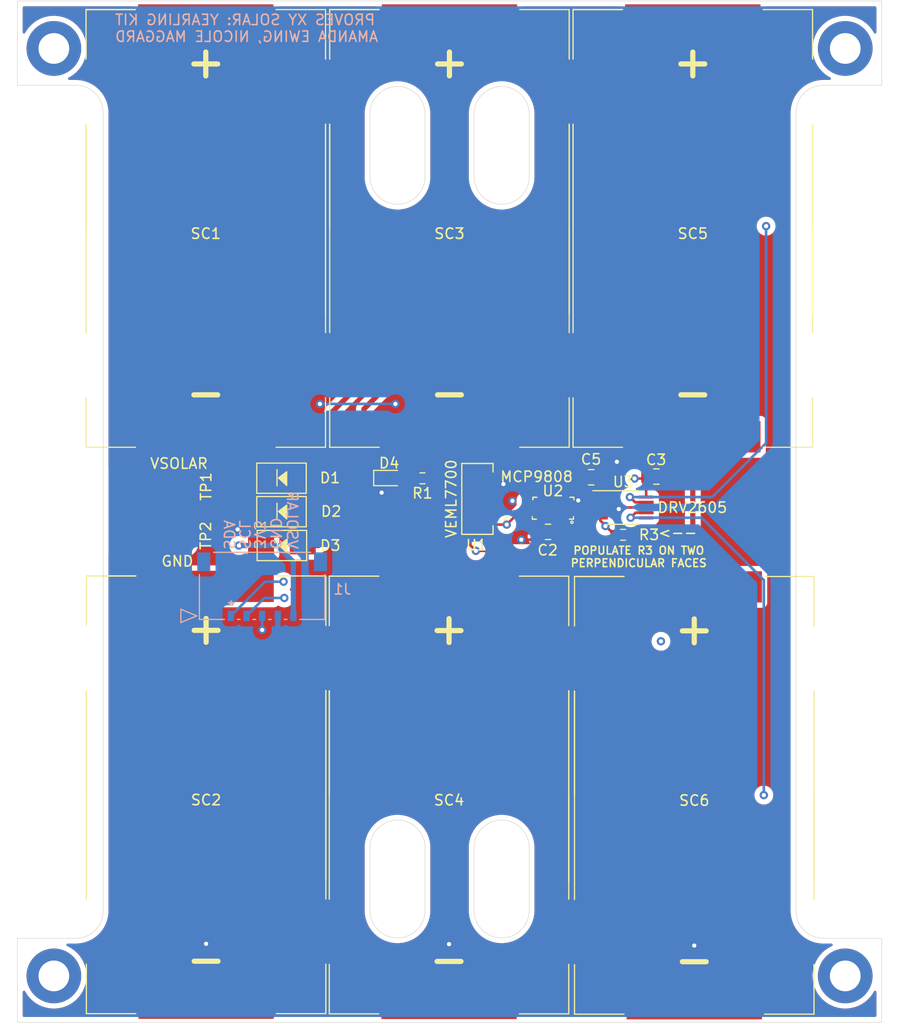
<source format=kicad_pcb>
(kicad_pcb (version 20211014) (generator pcbnew)
  (title_block (title "Yearling Kit XY Faces") (date "2023-03-20") (rev "3.0"))
  (layers (0 "F.Cu" signal) (1 "In1.Cu" signal) (2 "In2.Cu" signal) (31 "B.Cu" signal) (34 "B.Paste" user) (35 "F.Paste" user) (36 "B.SilkS" user "B.Silkscreen") (37 "F.SilkS" user "F.Silkscreen") (38 "B.Mask" user) (39 "F.Mask" user) (44 "Edge.Cuts" user))
  (net 0 "")
  (net 1 "GND")
  (net 2 "+3V3")
  (net 3 "VSOLAR")
  (net 4 "Net-(SC1-Pad2)")
  (net 5 "Net-(SC3-Pad2)")
  (net 6 "Net-(D1-Pad2)")
  (net 7 "Net-(D2-Pad2)")
  (net 8 "SDA")
  (net 9 "SCL")
  (net 10 "Net-(C5-Pad1)")
  (net 17 "Net-(C3-Pad1)")
  (net 20 "Net-(U3-Pad7)")
  (net 21 "Net-(D3-Pad2)")
  (net 22 "Net-(SC5-Pad2)")
  (net 23 "Net-(D4-Pad2)")
  (footprint "SolarPanelBoards:MountingHoles" (layer "F.Cu") (at 106 70.3)
    (fp_text reference "J2" (at 0.54 0.01) (layer "F.SilkS"))
    (fp_text value "Conn_01x01")
    (pad "1" thru_hole circle locked (at 0.5 0) (size 5.25 5.25) (drill 2.95) (layers *.Cu *.Mask))
  )
  (footprint "SolarPanelBoards:MountingHoles" (layer "F.Cu") (at 106 159.3)
    (fp_text reference "J3" (at 0.42 0.13) (layer "F.SilkS"))
    (fp_text value "Conn_01x01")
    (pad "1" thru_hole circle locked (at 0.5 0) (size 5.25 5.25) (drill 2.95) (layers *.Cu *.Mask))
  )
  (footprint "SolarPanelBoards:MountingHoles" (layer "F.Cu") (at 183 70.3)
    (fp_text reference "J4" (at -0.4 0.08) (layer "F.SilkS"))
    (fp_text value "Conn_01x01")
    (pad "1" thru_hole circle locked (at -0.5 0) (size 5.25 5.25) (drill 2.95) (layers *.Cu *.Mask))
  )
  (footprint "SolarPanelBoards:MountingHoles" (layer "F.Cu") (at 183 159.3)
    (fp_text reference "J5" (at -0.62 0.07) (layer "F.SilkS"))
    (fp_text value "Conn_01x01")
    (pad "1" thru_hole circle locked (at -0.5 0) (size 5.25 5.25) (drill 2.95) (layers *.Cu *.Mask))
  )
  (footprint "SolarPanelBoards:MCP9808-NoLeadPackage" (layer "F.Cu") (at 154.45 114.42 90)
    (fp_text reference "U2" (at 1.66 -0.02 180) (layer "F.SilkS"))
    (fp_text value "MCP9808_DFN")
    (fp_line (start 1.05 -1.95) (end 0.8 -1.95) (layer "F.SilkS") (width 0.12))
    (fp_line (start -1.05 -2) (end -0.8 -2) (layer "F.SilkS") (width 0.12))
    (fp_line (start 1.05 -1.65) (end 1.05 -1.55) (layer "F.SilkS") (width 0.12))
    (fp_line (start 1.05 2) (end 1.05 1.7) (layer "F.SilkS") (width 0.12))
    (fp_line (start -1.05 1.95) (end -0.8 1.95) (layer "F.SilkS") (width 0.12))
    (fp_line (start -1.05 -2) (end -1.05 -1.7) (layer "F.SilkS") (width 0.12))
    (fp_line (start -1.05 1.65) (end -1.05 1.95) (layer "F.SilkS") (width 0.12))
    (fp_line (start 1.05 1.7) (end 1.05 1.6) (layer "F.SilkS") (width 0.12))
    (fp_line (start -1.05 1.65) (end -1.05 1.55) (layer "F.SilkS") (width 0.12))
    (fp_line (start 1.05 1.7) (end 1.05 2) (layer "F.SilkS") (width 0.12))
    (fp_line (start 1.05 2) (end 0.8 2) (layer "F.SilkS") (width 0.12))
    (fp_line (start 1.05 -1.65) (end 1.05 -1.95) (layer "F.SilkS") (width 0.12))
    (fp_line (start 1.05 -1.95) (end 1.05 -1.65) (layer "F.SilkS") (width 0.12))
    (fp_line (start -1.05 -1.7) (end -1.05 -1.6) (layer "F.SilkS") (width 0.12))
    (fp_line (start -1.05 -1.7) (end -1.05 -2) (layer "F.SilkS") (width 0.12))
    (fp_line (start -1.05 1.95) (end -1.05 1.65) (layer "F.SilkS") (width 0.12))
    (fp_circle (center -1.35 1.8) (end -1.3 1.8) (layer "F.SilkS") (width 0.12) (fill none))
    (pad "1" smd rect (at -0.75 1.45 90) (size 0.3 0.75) (layers "F.Cu" "F.Paste" "F.Mask") (net 8 "SDA"))
    (pad "2" smd rect (at -0.25 1.45 90) (size 0.3 0.75) (layers "F.Cu" "F.Paste" "F.Mask") (net 9 "SCL"))
    (pad "3" smd rect (at 0.25 1.45 90) (size 0.3 0.75) (layers "F.Cu" "F.Paste" "F.Mask"))
    (pad "4" smd rect (at 0.75 1.45 90) (size 0.3 0.75) (layers "F.Cu" "F.Paste" "F.Mask") (net 1 "GND"))
    (pad "5" smd rect (at 0.75 -1.45 270) (size 0.3 0.75) (layers "F.Cu" "F.Paste" "F.Mask") (net 1 "GND"))
    (pad "6" smd rect (at 0.25 -1.45 270) (size 0.3 0.75) (layers "F.Cu" "F.Paste" "F.Mask") (net 2 "+3V3"))
    (pad "7" smd rect (at -0.25 -1.45 270) (size 0.3 0.75) (layers "F.Cu" "F.Paste" "F.Mask") (net 2 "+3V3"))
    (pad "8" smd rect (at -0.75 -1.45 270) (size 0.3 0.75) (layers "F.Cu" "F.Paste" "F.Mask") (net 2 "+3V3"))
    (pad "9" smd rect (at 0 0 90) (size 1.45 1.75) (layers "F.Cu" "F.Paste" "F.Mask") (net 1 "GND"))
  )
  (footprint "SolarPanelBoards:KXOB101K08F-TR" (layer "F.Cu") (at 167.86 87.57)
    (fp_text reference "SC5" (at 0 0.5) (layer "F.SilkS"))
    (fp_text value "SM101K07TF")
    (fp_text user "+" (at 0 -16) (layer "F.SilkS") (effects (font (size 3 3) (thickness 0.5))))
    (fp_text user "-" (at 0 15.75) (layer "F.SilkS") (effects (font (size 3 3) (thickness 0.5))))
    (fp_line (start -6.75 -21) (end -11.5 -21) (layer "F.SilkS") (width 0.12))
    (fp_line (start 11.5 0) (end 11.5 10) (layer "F.SilkS") (width 0.12))
    (fp_line (start -11.5 -10) (end -11.5 10) (layer "F.SilkS") (width 0.12))
    (fp_line (start -11.5 0) (end -11.5 -10) (layer "F.SilkS") (width 0.12))
    (fp_line (start 11.5 0) (end 11.5 -10) (layer "F.SilkS") (width 0.12))
    (fp_line (start 11.5 8.25) (end 11.5 0) (layer "F.SilkS") (width 0.12))
    (fp_line (start -11.5 -21) (end -11.5 -16.25) (layer "F.SilkS") (width 0.12))
    (fp_line (start 11.5 -10) (end 11.5 8.25) (layer "F.SilkS") (width 0.12))
    (fp_line (start -11.5 -21) (end -6.75 -21) (layer "F.SilkS") (width 0.12))
    (fp_line (start -11.5 21) (end -6.75 21) (layer "F.SilkS") (width 0.12))
    (fp_line (start -11.5 21) (end -11.5 16.25) (layer "F.SilkS") (width 0.12))
    (fp_line (start 11.5 -21) (end 11.5 -16.25) (layer "F.SilkS") (width 0.12))
    (fp_line (start 6.75 21) (end 11.5 21) (layer "F.SilkS") (width 0.12))
    (fp_line (start 6.75 -21) (end 11.5 -21) (layer "F.SilkS") (width 0.12))
    (fp_line (start 11.5 21) (end 11.5 16.25) (layer "F.SilkS") (width 0.12))
    (pad "1" smd rect (at 0 -20) (size 13 3) (layers "F.Cu" "F.Paste" "F.Mask") (net 21 "Net-(D3-Pad2)"))
    (pad "2" smd rect (at 0 20) (size 13 3) (layers "F.Cu" "F.Paste" "F.Mask") (net 22 "Net-(SC5-Pad2)"))
  )
  (footprint "SolarPanelBoards:Test Pad" (layer "F.Cu") (at 118.37 112.45 90)
    (fp_text reference "TP1" (at 0.11 2.75 90 unlocked) (layer "F.SilkS"))
    (fp_text value "TestPoint")
    (pad "1" smd roundrect (at 0 0 90) (size 3 3) (layers "F.Cu" "F.Paste" "F.Mask") (net 3 "VSOLAR"))
  )
  (footprint "SolarPanelBoards:DO-214AC" (layer "F.Cu") (at 128.4 118)
    (fp_text reference "D3" (at 4.65 0) (layer "F.SilkS"))
    (fp_text value "CDBA240LL-HF")
    (fp_line (start -2.375 1.45) (end 2.375 1.45) (layer "F.SilkS") (width 0.12))
    (fp_line (start -2.375 1.45) (end -2.375 -1.45) (layer "F.SilkS") (width 0.12))
    (fp_line (start 2.375 1.45) (end 2.375 -1.45) (layer "F.SilkS") (width 0.12))
    (fp_line (start -0.4318 -0.8128) (end -0.4318 0.7366) (layer "F.SilkS") (width 0.12))
    (fp_line (start -2.375 -1.45) (end 2.375 -1.45) (layer "F.SilkS") (width 0.12))
    (fp_poly (pts (xy 0.508 0.7112) (xy -0.3048 -0.0254) (xy 0.508 -0.635)) (layer "F.SilkS") (width 0.1) (fill solid))
    (pad "1" smd rect locked (at -2 0) (size 2.5 1.7) (layers "F.Cu" "F.Paste" "F.Mask") (net 3 "VSOLAR"))
    (pad "2" smd rect locked (at 2 0) (size 2.5 1.7) (layers "F.Cu" "F.Paste" "F.Mask") (net 21 "Net-(D3-Pad2)"))
  )
  (footprint "SolarPanelBoards:Test Pad" (layer "F.Cu") (at 118.36 117.05 90)
    (fp_text reference "TP2" (at 0 2.73 90 unlocked) (layer "F.SilkS"))
    (fp_text value "TestPoint")
    (pad "1" smd roundrect (at 0 0 90) (size 3 3) (layers "F.Cu" "F.Paste" "F.Mask") (net 1 "GND"))
  )
  (footprint "SolarPanelBoards:DO-214AC" (layer "F.Cu") (at 128.36 111.54)
    (fp_text reference "D1" (at 4.66 -0.03) (layer "F.SilkS"))
    (fp_text value "CDBA240LL-HF")
    (fp_line (start -2.375 1.45) (end -2.375 -1.45) (layer "F.SilkS") (width 0.12))
    (fp_line (start 2.375 1.45) (end 2.375 -1.45) (layer "F.SilkS") (width 0.12))
    (fp_line (start -2.375 1.45) (end 2.375 1.45) (layer "F.SilkS") (width 0.12))
    (fp_line (start -2.375 -1.45) (end 2.375 -1.45) (layer "F.SilkS") (width 0.12))
    (fp_line (start -0.4318 -0.8128) (end -0.4318 0.7366) (layer "F.SilkS") (width 0.12))
    (fp_poly (pts (xy 0.508 0.7112) (xy -0.3048 -0.0254) (xy 0.508 -0.635)) (layer "F.SilkS") (width 0.1) (fill solid))
    (pad "1" smd rect locked (at -2 0) (size 2.5 1.7) (layers "F.Cu" "F.Paste" "F.Mask") (net 3 "VSOLAR"))
    (pad "2" smd rect locked (at 2 0) (size 2.5 1.7) (layers "F.Cu" "F.Paste" "F.Mask") (net 6 "Net-(D1-Pad2)"))
  )
  (footprint "SolarPanelBoards:KXOB101K08F-TR" (layer "F.Cu") (at 144.49 87.57)
    (fp_text reference "SC3" (at 0 0.5) (layer "F.SilkS"))
    (fp_text value "SM101K07TF")
    (fp_text user "-" (at 0 15.75) (layer "F.SilkS") (effects (font (size 3 3) (thickness 0.5))))
    (fp_text user "+" (at 0 -16) (layer "F.SilkS") (effects (font (size 3 3) (thickness 0.5))))
    (fp_line (start -11.5 0) (end -11.5 -10) (layer "F.SilkS") (width 0.12))
    (fp_line (start -11.5 -10) (end -11.5 10) (layer "F.SilkS") (width 0.12))
    (fp_line (start 6.75 -21) (end 11.5 -21) (layer "F.SilkS") (width 0.12))
    (fp_line (start 11.5 -21) (end 11.5 -16.25) (layer "F.SilkS") (width 0.12))
    (fp_line (start -11.5 -21) (end -11.5 -16.25) (layer "F.SilkS") (width 0.12))
    (fp_line (start 11.5 -10) (end 11.5 8.25) (layer "F.SilkS") (width 0.12))
    (fp_line (start -11.5 21) (end -6.75 21) (layer "F.SilkS") (width 0.12))
    (fp_line (start -11.5 21) (end -11.5 16.25) (layer "F.SilkS") (width 0.12))
    (fp_line (start -6.75 -21) (end -11.5 -21) (layer "F.SilkS") (width 0.12))
    (fp_line (start 11.5 8.25) (end 11.5 0) (layer "F.SilkS") (width 0.12))
    (fp_line (start 6.75 21) (end 11.5 21) (layer "F.SilkS") (width 0.12))
    (fp_line (start 11.5 21) (end 11.5 16.25) (layer "F.SilkS") (width 0.12))
    (fp_line (start -11.5 -21) (end -6.75 -21) (layer "F.SilkS") (width 0.12))
    (fp_line (start 11.5 0) (end 11.5 10) (layer "F.SilkS") (width 0.12))
    (fp_line (start 11.5 0) (end 11.5 -10) (layer "F.SilkS") (width 0.12))
    (pad "1" smd rect (at 0 -20) (size 13 3) (layers "F.Cu" "F.Paste" "F.Mask") (net 7 "Net-(D2-Pad2)"))
    (pad "2" smd rect (at 0 20) (size 13 3) (layers "F.Cu" "F.Paste" "F.Mask") (net 5 "Net-(SC3-Pad2)"))
  )
  (footprint "SolarPanelBoards:KXOB101K08F-TR" (layer "F.Cu") (at 144.45 141.94)
    (fp_text reference "SC4" (at 0 0.5) (layer "F.SilkS"))
    (fp_text value "SM101K07TF")
    (fp_text user "-" (at 0 15.75) (layer "F.SilkS") (effects (font (size 3 3) (thickness 0.5))))
    (fp_text user "+" (at 0 -16) (layer "F.SilkS") (effects (font (size 3 3) (thickness 0.5))))
    (fp_line (start 11.5 0) (end 11.5 -10) (layer "F.SilkS") (width 0.12))
    (fp_line (start -11.5 -10) (end -11.5 10) (layer "F.SilkS") (width 0.12))
    (fp_line (start 11.5 -10) (end 11.5 8.25) (layer "F.SilkS") (width 0.12))
    (fp_line (start -11.5 21) (end -6.75 21) (layer "F.SilkS") (width 0.12))
    (fp_line (start 11.5 8.25) (end 11.5 0) (layer "F.SilkS") (width 0.12))
    (fp_line (start -11.5 0) (end -11.5 -10) (layer "F.SilkS") (width 0.12))
    (fp_line (start 11.5 -21) (end 11.5 -16.25) (layer "F.SilkS") (width 0.12))
    (fp_line (start 11.5 0) (end 11.5 10) (layer "F.SilkS") (width 0.12))
    (fp_line (start -6.75 -21) (end -11.5 -21) (layer "F.SilkS") (width 0.12))
    (fp_line (start -11.5 -21) (end -6.75 -21) (layer "F.SilkS") (width 0.12))
    (fp_line (start 11.5 21) (end 11.5 16.25) (layer "F.SilkS") (width 0.12))
    (fp_line (start 6.75 -21) (end 11.5 -21) (layer "F.SilkS") (width 0.12))
    (fp_line (start 6.75 21) (end 11.5 21) (layer "F.SilkS") (width 0.12))
    (fp_line (start -11.5 -21) (end -11.5 -16.25) (layer "F.SilkS") (width 0.12))
    (fp_line (start -11.5 21) (end -11.5 16.25) (layer "F.SilkS") (width 0.12))
    (pad "1" smd rect (at 0 -20) (size 13 3) (layers "F.Cu" "F.Paste" "F.Mask") (net 5 "Net-(SC3-Pad2)"))
    (pad "2" smd rect (at 0 20) (size 13 3) (layers "F.Cu" "F.Paste" "F.Mask") (net 1 "GND"))
  )
  (footprint "SolarPanelBoards:KXOB101K08F-TR" (layer "F.Cu") (at 121.12 141.92)
    (fp_text reference "SC2" (at 0 0.5) (layer "F.SilkS"))
    (fp_text value "SM101K07TF")
    (fp_text user "+" (at 0 -16) (layer "F.SilkS") (effects (font (size 3 3) (thickness 0.5))))
    (fp_text user "-" (at 0 15.75) (layer "F.SilkS") (effects (font (size 3 3) (thickness 0.5))))
    (fp_line (start 11.5 8.25) (end 11.5 0) (layer "F.SilkS") (width 0.12))
    (fp_line (start -11.5 21) (end -6.75 21) (layer "F.SilkS") (width 0.12))
    (fp_line (start -11.5 21) (end -11.5 16.25) (layer "F.SilkS") (width 0.12))
    (fp_line (start -6.75 -21) (end -11.5 -21) (layer "F.SilkS") (width 0.12))
    (fp_line (start 11.5 -10) (end 11.5 8.25) (layer "F.SilkS") (width 0.12))
    (fp_line (start -11.5 0) (end -11.5 -10) (layer "F.SilkS") (width 0.12))
    (fp_line (start -11.5 -10) (end -11.5 10) (layer "F.SilkS") (width 0.12))
    (fp_line (start 11.5 0) (end 11.5 -10) (layer "F.SilkS") (width 0.12))
    (fp_line (start 11.5 -21) (end 11.5 -16.25) (layer "F.SilkS") (width 0.12))
    (fp_line (start -11.5 -21) (end -6.75 -21) (layer "F.SilkS") (width 0.12))
    (fp_line (start 6.75 -21) (end 11.5 -21) (layer "F.SilkS") (width 0.12))
    (fp_line (start -11.5 -21) (end -11.5 -16.25) (layer "F.SilkS") (width 0.12))
    (fp_line (start 11.5 0) (end 11.5 10) (layer "F.SilkS") (width 0.12))
    (fp_line (start 11.5 21) (end 11.5 16.25) (layer "F.SilkS") (width 0.12))
    (fp_line (start 6.75 21) (end 11.5 21) (layer "F.SilkS") (width 0.12))
    (pad "1" smd rect (at 0 -20) (size 13 3) (layers "F.Cu" "F.Paste" "F.Mask") (net 4 "Net-(SC1-Pad2)"))
    (pad "2" smd rect (at 0 20) (size 13 3) (layers "F.Cu" "F.Paste" "F.Mask") (net 1 "GND"))
  )
  (footprint "SolarPanelBoards:DO-214AC" (layer "F.Cu") (at 128.36 114.75)
    (fp_text reference "D2" (at 4.77 -0.02) (layer "F.SilkS"))
    (fp_text value "CDBA240LL-HF")
    (fp_line (start -2.375 1.45) (end -2.375 -1.45) (layer "F.SilkS") (width 0.12))
    (fp_line (start -2.375 -1.45) (end 2.375 -1.45) (layer "F.SilkS") (width 0.12))
    (fp_line (start 2.375 1.45) (end 2.375 -1.45) (layer "F.SilkS") (width 0.12))
    (fp_line (start -2.375 1.45) (end 2.375 1.45) (layer "F.SilkS") (width 0.12))
    (fp_line (start -0.4318 -0.8128) (end -0.4318 0.7366) (layer "F.SilkS") (width 0.12))
    (fp_poly (pts (xy 0.508 0.7112) (xy -0.3048 -0.0254) (xy 0.508 -0.635)) (layer "F.SilkS") (width 0.1) (fill solid))
    (pad "1" smd rect locked (at -2 0) (size 2.5 1.7) (layers "F.Cu" "F.Paste" "F.Mask") (net 3 "VSOLAR"))
    (pad "2" smd rect locked (at 2 0) (size 2.5 1.7) (layers "F.Cu" "F.Paste" "F.Mask") (net 7 "Net-(D2-Pad2)"))
  )
  (footprint "SolarPanelBoards:KXOB101K08F-TR" (layer "F.Cu") (at 168 141.97)
    (fp_text reference "SC6" (at 0 0.5) (layer "F.SilkS"))
    (fp_text value "SM101K07TF")
    (fp_text user "-" (at 0 15.75) (layer "F.SilkS") (effects (font (size 3 3) (thickness 0.5))))
    (fp_text user "+" (at 0 -16) (layer "F.SilkS") (effects (font (size 3 3) (thickness 0.5))))
    (fp_line (start 11.5 0) (end 11.5 10) (layer "F.SilkS") (width 0.12))
    (fp_line (start -6.75 -21) (end -11.5 -21) (layer "F.SilkS") (width 0.12))
    (fp_line (start -11.5 0) (end -11.5 -10) (layer "F.SilkS") (width 0.12))
    (fp_line (start 6.75 -21) (end 11.5 -21) (layer "F.SilkS") (width 0.12))
    (fp_line (start 11.5 0) (end 11.5 -10) (layer "F.SilkS") (width 0.12))
    (fp_line (start -11.5 21) (end -6.75 21) (layer "F.SilkS") (width 0.12))
    (fp_line (start 6.75 21) (end 11.5 21) (layer "F.SilkS") (width 0.12))
    (fp_line (start -11.5 -10) (end -11.5 10) (layer "F.SilkS") (width 0.12))
    (fp_line (start 11.5 -21) (end 11.5 -16.25) (layer "F.SilkS") (width 0.12))
    (fp_line (start 11.5 8.25) (end 11.5 0) (layer "F.SilkS") (width 0.12))
    (fp_line (start -11.5 21) (end -11.5 16.25) (layer "F.SilkS") (width 0.12))
    (fp_line (start -11.5 -21) (end -6.75 -21) (layer "F.SilkS") (width 0.12))
    (fp_line (start -11.5 -21) (end -11.5 -16.25) (layer "F.SilkS") (width 0.12))
    (fp_line (start 11.5 -10) (end 11.5 8.25) (layer "F.SilkS") (width 0.12))
    (fp_line (start 11.5 21) (end 11.5 16.25) (layer "F.SilkS") (width 0.12))
    (pad "1" smd rect (at 0 -20) (size 13 3) (layers "F.Cu" "F.Paste" "F.Mask") (net 22 "Net-(SC5-Pad2)"))
    (pad "2" smd rect (at 0 20) (size 13 3) (layers "F.Cu" "F.Paste" "F.Mask") (net 1 "GND"))
  )
  (footprint "Capacitor_SMD:C_0805_2012Metric" (layer "F.Cu") (at 153.96 116.69)
    (fp_text reference "C2" (at -0.04 1.76) (layer "F.SilkS"))
    (fp_text value "1uF")
    (fp_line (start -0.261252 -0.735) (end 0.261252 -0.735) (layer "F.SilkS") (width 0.12))
    (fp_line (start -0.261252 0.735) (end 0.261252 0.735) (layer "F.SilkS") (width 0.12))
    (pad "1" smd roundrect (at -0.95 0) (size 1 1.45) (layers "F.Cu" "F.Paste" "F.Mask") (net 2 "+3V3"))
    (pad "2" smd roundrect (at 0.95 0) (size 1 1.45) (layers "F.Cu" "F.Paste" "F.Mask") (net 1 "GND"))
  )
  (footprint "Capacitor_SMD:C_0805_2012Metric" (layer "F.Cu") (at 158.1 111.45 180)
    (fp_text reference "C5" (at 0.01 1.72) (layer "F.SilkS"))
    (fp_text value "1uF")
    (fp_line (start -0.261252 0.735) (end 0.261252 0.735) (layer "F.SilkS") (width 0.12))
    (fp_line (start -0.261252 -0.735) (end 0.261252 -0.735) (layer "F.SilkS") (width 0.12))
    (pad "1" smd roundrect (at -0.95 0 180) (size 1 1.45) (layers "F.Cu" "F.Paste" "F.Mask") (net 10 "Net-(C5-Pad1)"))
    (pad "2" smd roundrect (at 0.95 0 180) (size 1 1.45) (layers "F.Cu" "F.Paste" "F.Mask") (net 1 "GND"))
  )
  (footprint "VEML7700-TT:XDCR_VEML7700-TT" (layer "F.Cu") (at 147.175 113.525 180)
    (fp_text reference "U1" (at 0.095 -4.435) (layer "F.SilkS"))
    (fp_text value "VEML7700")
    (fp_line (start 1.5 -3.4) (end 1.5 3.4) (layer "F.SilkS") (width 0.127))
    (fp_line (start -1.5 -2.575) (end -1.5 -3.4) (layer "F.SilkS") (width 0.127))
    (fp_line (start -1.5 3.4) (end -1.5 2.575) (layer "F.SilkS") (width 0.127))
    (fp_line (start -1.5 -3.4) (end 1.5 -3.4) (layer "F.SilkS") (width 0.127))
    (fp_line (start 1.5 3.4) (end -1.5 3.4) (layer "F.SilkS") (width 0.127))
    (fp_circle (center -2.7 -1.905) (end -2.6 -1.905) (layer "F.SilkS") (width 0.2) (fill none))
    (pad "1" smd rect locked (at -0.9 -1.905 180) (size 1.6 0.7) (layers "F.Cu" "F.Paste" "F.Mask") (net 9 "SCL"))
    (pad "2" smd rect locked (at -0.9 -0.635 180) (size 1.6 0.7) (layers "F.Cu" "F.Paste" "F.Mask") (net 2 "+3V3"))
    (pad "3" smd rect locked (at -0.9 0.635 180) (size 1.6 0.7) (layers "F.Cu" "F.Paste" "F.Mask") (net 1 "GND"))
    (pad "4" smd rect locked (at -0.9 1.905 180) (size 1.6 0.7) (layers "F.Cu" "F.Paste" "F.Mask") (net 8 "SDA"))
  )
  (footprint "Resistor_SMD:R_0603_1608Metric" (layer "F.Cu") (at 161.165 116.97 180)
    (fp_text reference "R3" (at -2.495 0) (layer "F.SilkS"))
    (fp_text value "0-Ohm")
    (fp_line (start -0.237258 0.5225) (end 0.237258 0.5225) (layer "F.SilkS") (width 0.12))
    (fp_line (start -0.237258 -0.5225) (end 0.237258 -0.5225) (layer "F.SilkS") (width 0.12))
    (pad "1" smd roundrect (at -0.825 0 180) (size 0.8 0.95) (layers "F.Cu" "F.Paste" "F.Mask") (net 2 "+3V3"))
    (pad "2" smd roundrect (at 0.825 0 180) (size 0.8 0.95) (layers "F.Cu" "F.Paste" "F.Mask") (net 17 "Net-(C3-Pad1)"))
  )
  (footprint "Capacitor_SMD:C_0805_2012Metric" (layer "F.Cu") (at 164.36 111.38)
    (fp_text reference "C3" (at -0.02 -1.61 180) (layer "F.SilkS"))
    (fp_text value "1uF")
    (fp_line (start -0.261252 0.735) (end 0.261252 0.735) (layer "F.SilkS") (width 0.12))
    (fp_line (start -0.261252 -0.735) (end 0.261252 -0.735) (layer "F.SilkS") (width 0.12))
    (pad "1" smd roundrect (at -0.95 0) (size 1 1.45) (layers "F.Cu" "F.Paste" "F.Mask") (net 17 "Net-(C3-Pad1)"))
    (pad "2" smd roundrect (at 0.95 0) (size 1 1.45) (layers "F.Cu" "F.Paste" "F.Mask") (net 1 "GND"))
  )
  (footprint "LED_SMD:LED_0603_1608Metric" (layer "F.Cu") (at 138.7 111.525)
    (fp_text reference "D4" (at 0 -1.43) (layer "F.SilkS"))
    (fp_text value "CQY99")
    (fp_line (start 0.8 -0.735) (end -1.485 -0.735) (layer "F.SilkS") (width 0.12))
    (fp_line (start -1.485 0.735) (end 0.8 0.735) (layer "F.SilkS") (width 0.12))
    (fp_line (start -1.485 -0.735) (end -1.485 0.735) (layer "F.SilkS") (width 0.12))
    (pad "1" smd roundrect (at -0.7875 0) (size 0.875 0.95) (layers "F.Cu" "F.Paste" "F.Mask") (net 1 "GND"))
    (pad "2" smd roundrect (at 0.7875 0) (size 0.875 0.95) (layers "F.Cu" "F.Paste" "F.Mask") (net 23 "Net-(D4-Pad2)"))
  )
  (footprint "SolarPanelBoards:KXOB101K08F-TR" (layer "F.Cu") (at 121.09 87.57)
    (fp_text reference "SC1" (at 0 0.5) (layer "F.SilkS"))
    (fp_text value "SM101K07TF")
    (fp_text user "+" (at 0 -16) (layer "F.SilkS") (effects (font (size 3 3) (thickness 0.5))))
    (fp_text user "-" (at 0 15.75) (layer "F.SilkS") (effects (font (size 3 3) (thickness 0.5))))
    (fp_line (start 11.5 -21) (end 11.5 -16.25) (layer "F.SilkS") (width 0.12))
    (fp_line (start -6.75 -21) (end -11.5 -21) (layer "F.SilkS") (width 0.12))
    (fp_line (start 6.75 21) (end 11.5 21) (layer "F.SilkS") (width 0.12))
    (fp_line (start -11.5 21) (end -11.5 16.25) (layer "F.SilkS") (width 0.12))
    (fp_line (start 11.5 8.25) (end 11.5 0) (layer "F.SilkS") (width 0.12))
    (fp_line (start -11.5 21) (end -6.75 21) (layer "F.SilkS") (width 0.12))
    (fp_line (start 11.5 21) (end 11.5 16.25) (layer "F.SilkS") (width 0.12))
    (fp_line (start -11.5 -21) (end -11.5 -16.25) (layer "F.SilkS") (width 0.12))
    (fp_line (start 11.5 0) (end 11.5 -10) (layer "F.SilkS") (width 0.12))
    (fp_line (start 6.75 -21) (end 11.5 -21) (layer "F.SilkS") (width 0.12))
    (fp_line (start 11.5 0) (end 11.5 10) (layer "F.SilkS") (width 0.12))
    (fp_line (start 11.5 -10) (end 11.5 8.25) (layer "F.SilkS") (width 0.12))
    (fp_line (start -11.5 -10) (end -11.5 10) (layer "F.SilkS") (width 0.12))
    (fp_line (start -11.5 0) (end -11.5 -10) (layer "F.SilkS") (width 0.12))
    (fp_line (start -11.5 -21) (end -6.75 -21) (layer "F.SilkS") (width 0.12))
    (pad "1" smd rect (at 0 -20) (size 13 3) (layers "F.Cu" "F.Paste" "F.Mask") (net 6 "Net-(D1-Pad2)"))
    (pad "2" smd rect (at 0 20) (size 13 3) (layers "F.Cu" "F.Paste" "F.Mask") (net 4 "Net-(SC1-Pad2)"))
  )
  (footprint "Resistor_SMD:R_0603_1608Metric" (layer "F.Cu") (at 141.9 111.55 180)
    (fp_text reference "R1" (at 0 -1.43) (layer "F.SilkS"))
    (fp_text value "1k")
    (fp_line (start -0.237258 -0.5225) (end 0.237258 -0.5225) (layer "F.SilkS") (width 0.12))
    (fp_line (start -0.237258 0.5225) (end 0.237258 0.5225) (layer "F.SilkS") (width 0.12))
    (pad "1" smd roundrect (at -0.825 0 180) (size 0.8 0.95) (layers "F.Cu" "F.Paste" "F.Mask") (net 2 "+3V3"))
    (pad "2" smd roundrect (at 0.825 0 180) (size 0.8 0.95) (layers "F.Cu" "F.Paste" "F.Mask") (net 23 "Net-(D4-Pad2)"))
  )
  (footprint "Package_SO:VSSOP-10_3x3mm_P0.5mm" (layer "F.Cu") (at 161.18 114.35)
    (fp_text reference "U3" (at 0 -2.45) (layer "F.SilkS"))
    (fp_text value "DRV2605LDGS")
    (fp_line (start 0 1.61) (end 1.5 1.61) (layer "F.SilkS") (width 0.12))
    (fp_line (start 0 -1.61) (end -2.925 -1.61) (layer "F.SilkS") (width 0.12))
    (fp_line (start 0 -1.61) (end 1.5 -1.61) (layer "F.SilkS") (width 0.12))
    (fp_line (start 0 1.61) (end -1.5 1.61) (layer "F.SilkS") (width 0.12))
    (pad "1" smd roundrect (at -2.2 -1) (size 1.45 0.3) (layers "F.Cu" "F.Paste" "F.Mask") (net 10 "Net-(C5-Pad1)"))
    (pad "2" smd roundrect (at -2.2 -0.5) (size 1.45 0.3) (layers "F.Cu" "F.Paste" "F.Mask") (net 9 "SCL"))
    (pad "3" smd roundrect (at -2.2 0) (size 1.45 0.3) (layers "F.Cu" "F.Paste" "F.Mask") (net 8 "SDA"))
    (pad "4" smd roundrect (at -2.2 0.5) (size 1.45 0.3) (layers "F.Cu" "F.Paste" "F.Mask") (net 1 "GND"))
    (pad "5" smd roundrect (at -2.2 1) (size 1.45 0.3) (layers "F.Cu" "F.Paste" "F.Mask") (net 17 "Net-(C3-Pad1)"))
    (pad "6" smd roundrect (at 2.2 1) (size 1.45 0.3) (layers "F.Cu" "F.Paste" "F.Mask"))
    (pad "7" smd roundrect (at 2.2 0.5) (size 1.45 0.3) (layers "F.Cu" "F.Paste" "F.Mask") (net 20 "Net-(U3-Pad7)"))
    (pad "8" smd roundrect (at 2.2 0) (size 1.45 0.3) (layers "F.Cu" "F.Paste" "F.Mask") (net 1 "GND"))
    (pad "9" smd roundrect (at 2.2 -0.5) (size 1.45 0.3) (layers "F.Cu" "F.Paste" "F.Mask") (net 20 "Net-(U3-Pad7)"))
    (pad "10" smd roundrect (at 2.2 -1) (size 1.45 0.3) (layers "F.Cu" "F.Paste" "F.Mask") (net 17 "Net-(C3-Pad1)"))
  )
  (footprint "SolarPanelBoards:CON_5040500591" (layer "B.Cu") (at 123.5 124.75 180)
    (fp_text reference "J1" (at -10.7 2.55) (layer "B.SilkS") (effects (justify mirror)))
    (fp_text value "CON-5040500591" hide)
    (fp_text user "*" (at -0.02 0.88) (layer "B.SilkS") (effects (justify mirror)))
    (fp_line (start -9.024989 -0.34) (end -6.620041 -0.34) (layer "B.SilkS") (width 0.12))
    (fp_line (start -9.024989 3.96996) (end -9.024989 -0.34) (layer "B.SilkS") (width 0.12))
    (fp_line (start -2.379959 -0.34) (end -2.12004 -0.34) (layer "B.SilkS") (width 0.12))
    (fp_line (start -3.879961 -0.34) (end -3.620039 -0.34) (layer "B.SilkS") (width 0.12))
    (fp_line (start 4.802987 -0.635) (end 3.278987 0) (layer "B.SilkS") (width 0.12))
    (fp_line (start -5.379961 -0.34) (end -5.120041 -0.34) (layer "B.SilkS") (width 0.12))
    (fp_line (start 1.660115 6.1) (end -7.660116 6.1) (layer "B.SilkS") (width 0.12))
    (fp_line (start 3.278987 0) (end 4.802987 0.635) (layer "B.SilkS") (width 0.12))
    (fp_line (start -0.87996 -0.34) (end -0.62004 -0.34) (layer "B.SilkS") (width 0.12))
    (fp_line (start 0.62004 -0.34) (end 3.024988 -0.34) (layer "B.SilkS") (width 0.12))
    (fp_line (start 4.802987 0.635) (end 4.802987 -0.635) (layer "B.SilkS") (width 0.12))
    (fp_line (start 3.024988 -0.34) (end 3.024988 3.96996) (layer "B.SilkS") (width 0.12))
    (pad "1" smd rect locked (at 0 0 180) (size 0.6 1) (layers "B.Cu" "B.Paste" "B.Mask") (net 8 "SDA"))
    (pad "2" smd rect locked (at -1.5 0 180) (size 0.6 1) (layers "B.Cu" "B.Paste" "B.Mask") (net 9 "SCL"))
    (pad "3" smd rect locked (at -2.999999 0 180) (size 0.6 1) (layers "B.Cu" "B.Paste" "B.Mask") (net 2 "+3V3"))
    (pad "4" smd rect locked (at -4.500001 0 180) (size 0.6 1) (layers "B.Cu" "B.Paste" "B.Mask") (net 1 "GND"))
    (pad "5" smd rect locked (at -6.000001 0 180) (size 0.6 1) (layers "B.Cu" "B.Paste" "B.Mask") (net 3 "VSOLAR"))
    (pad "6" smd rect locked (at 2.604999 5.19 180) (size 1.25 1.8) (layers "B.Cu" "B.Paste" "B.Mask"))
    (pad "7" smd rect locked (at -8.604999 5.19 180) (size 1.25 1.8) (layers "B.Cu" "B.Paste" "B.Mask"))
  )
  (gr_line (start 136.85 153) (end 136.85 147) (layer "Edge.Cuts") (width 0.05))
  (gr_line (start 142.15 153) (end 142.15 147) (layer "Edge.Cuts") (width 0.05))
  (gr_line (start 146.85 147) (end 146.85 153) (layer "Edge.Cuts") (width 0.05))
  (gr_line (start 152.15 153) (end 152.15 147) (layer "Edge.Cuts") (width 0.05))
  (gr_line (start 142.15 76.6) (end 142.15 82.6) (layer "Edge.Cuts") (width 0.05))
  (gr_line (start 136.85 76.6) (end 136.85 82.6) (layer "Edge.Cuts") (width 0.05))
  (gr_line (start 146.85 76.6) (end 146.85 82.6) (layer "Edge.Cuts") (width 0.05))
  (gr_line (start 152.15 76.6) (end 152.15 82.6) (layer "Edge.Cuts") (width 0.05))
  (gr_line (start 186 65.75) (end 103 65.75) (layer "Edge.Cuts") (width 0.05))
  (gr_line (start 108.58 73.83) (end 103 73.83) (layer "Edge.Cuts") (width 0.05))
  (gr_arc (start 108.58 73.83) (mid 110.461763 74.601155) (end 111.24 76.48) (layer "Edge.Cuts") (width 0.05))
  (gr_line (start 103 65.75) (end 103 73.83) (layer "Edge.Cuts") (width 0.05))
  (gr_line (start 103 155.69) (end 103 163.75) (layer "Edge.Cuts") (width 0.05))
  (gr_arc (start 142.15 82.6) (mid 139.5 85.25) (end 136.85 82.6) (layer "Edge.Cuts") (width 0.05))
  (gr_line (start 186 73.83) (end 180.42 73.83) (layer "Edge.Cuts") (width 0.05))
  (gr_line (start 177.76 76.48) (end 177.76 114.6) (layer "Edge.Cuts") (width 0.05))
  (gr_arc (start 146.85 76.6) (mid 149.5 73.95) (end 152.15 76.6) (layer "Edge.Cuts") (width 0.05))
  (gr_line (start 186 73.83) (end 186 65.75) (layer "Edge.Cuts") (width 0.05))
  (gr_arc (start 136.85 76.6) (mid 139.5 73.95) (end 142.15 76.6) (layer "Edge.Cuts") (width 0.05))
  (gr_line (start 111.24 153.04) (end 111.24 114.6) (layer "Edge.Cuts") (width 0.05))
  (gr_line (start 103 163.75) (end 186 163.75) (layer "Edge.Cuts") (width 0.05))
  (gr_line (start 177.76 114.6) (end 177.76 153.04) (layer "Edge.Cuts") (width 0.05))
  (gr_arc (start 136.85 147) (mid 139.5 144.35) (end 142.15 147) (layer "Edge.Cuts") (width 0.05))
  (gr_line (start 186 163.75) (end 186 155.69) (layer "Edge.Cuts") (width 0.05))
  (gr_arc (start 142.15 153) (mid 139.5 155.65) (end 136.85 153) (layer "Edge.Cuts") (width 0.05))
  (gr_arc (start 177.76 76.48) (mid 178.538215 74.601132) (end 180.42 73.83) (layer "Edge.Cuts") (width 0.05))
  (gr_line (start 111.24 114.6) (end 111.24 76.48) (layer "Edge.Cuts") (width 0.05))
  (gr_arc (start 146.85 147) (mid 149.5 144.35) (end 152.15 147) (layer "Edge.Cuts") (width 0.05))
  (gr_arc (start 111.24 153.04) (mid 110.461762 154.918833) (end 108.58 155.69) (layer "Edge.Cuts") (width 0.05))
  (gr_arc (start 152.15 153) (mid 149.5 155.65) (end 146.85 153) (layer "Edge.Cuts") (width 0.05))
  (gr_arc (start 180.42 155.69) (mid 178.538244 154.918838) (end 177.76 153.04) (layer "Edge.Cuts") (width 0.05))
  (gr_line (start 103 155.69) (end 108.58 155.69) (layer "Edge.Cuts") (width 0.05))
  (gr_arc (start 152.15 82.6) (mid 149.5 85.25) (end 146.85 82.6) (layer "Edge.Cuts") (width 0.05))
  (gr_line (start 180.42 155.69) (end 186 155.69) (layer "Edge.Cuts") (width 0.05))
  (gr_text "VSOLAR" (at 129.39 115.56 270) (layer "B.SilkS") (effects (font (size 1 1)) (justify mirror)))
  (gr_text "PROVES XY SOLAR: YEARLING KIT\nAMANDA EWING, NICOLE MAGGARD" (at 112.29 68.36) (layer "B.SilkS") (effects (font (size 1 1)) (justify right mirror)))
  (gr_text "GND" (at 127.8 116.84 270) (layer "B.SilkS") (effects (font (size 1 1)) (justify mirror)))
  (gr_text "3V3" (at 126.24 116.95 270) (layer "B.SilkS") (effects (font (size 1 1)) (justify mirror)))
  (gr_text "SDA" (at 123.33 116.97 270) (layer "B.SilkS") (effects (font (size 1 1)) (justify mirror)))
  (gr_text "SCL" (at 124.81 116.97 270) (layer "B.SilkS") (effects (font (size 1 1)) (justify mirror)))
  (gr_text "GND" (at 118.36 119.51) (layer "F.SilkS") (effects (font (size 1 1))))
  (gr_text "MCP9808" (at 152.86 111.4) (layer "F.SilkS") (effects (font (size 1 1))))
  (gr_text "<--" (at 166.41 116.76) (layer "F.SilkS") (effects (font (size 1 1))))
  (gr_text "VEML7700" (at 144.66 113.51 90) (layer "F.SilkS") (effects (font (size 1 1))))
  (gr_text "DRV2605" (at 167.82 114.36) (layer "F.SilkS") (effects (font (size 1 1))))
  (gr_text "POPULATE R3 ON TWO\nPERPENDICULAR FACES" (at 162.67 119.08) (layer "F.SilkS") (effects (font (size 0.75 0.75))))
  (gr_text "VSOLAR" (at 118.52 110.13) (layer "F.SilkS") (effects (font (size 1 1))))
  (segment (start 148.075 112.89) (end 148.885 112.89) (width 0.25) (layer "F.Cu") (net 1))
  (segment (start 158.36 109.96) (end 158.75 109.96) (width 0.25) (layer "F.Cu") (net 1))
  (segment (start 163.89 109.96) (end 165.31 111.38) (width 0.25) (layer "F.Cu") (net 1))
  (segment (start 158.75 109.96) (end 160.57 109.96) (width 0.25) (layer "F.Cu") (net 1))
  (segment (start 155.9 113.67) (end 155.2 113.67) (width 0.25) (layer "F.Cu") (net 1))
  (segment (start 154.91 116.69) (end 154.91 114.88) (width 0.25) (layer "F.Cu") (net 1))
  (segment (start 155.9 113.67) (end 156.86 113.67) (width 0.25) (layer "F.Cu") (net 1))
  (segment (start 157.15 111.45) (end 157.15 111.17) (width 0.25) (layer "F.Cu") (net 1))
  (segment (start 144.45 161.94) (end 144.45 156.25) (width 0.5) (layer "F.Cu") (net 1))
  (segment (start 154.45 114.42) (end 153.7 113.67) (width 0.25) (layer "F.Cu") (net 1))
  (segment (start 160.9 114.35) (end 160.75 114.5) (width 0.25) (layer "F.Cu") (net 1))
  (segment (start 160.57 109.96) (end 163.89 109.96) (width 0.25) (layer "F.Cu") (net 1))
  (segment (start 154.91 114.88) (end 154.45 114.42) (width 0.25) (layer "F.Cu") (net 1))
  (segment (start 168 161.97) (end 168 156.39) (width 0.5) (layer "F.Cu") (net 1))
  (segment (start 137.9125 112.8625) (end 137.975 112.925) (width 0.25) (layer "F.Cu") (net 1))
  (segment (start 158.98 114.85) (end 160.4 114.85) (width 0.25) (layer "F.Cu") (net 1))
  (segment (start 157.15 111.17) (end 158.36 109.96) (width 0.25) (layer "F.Cu") (net 1))
  (segment (start 121.12 161.92) (end 121.12 156.22) (width 0.5) (layer "F.Cu") (net 1))
  (segment (start 153.7 113.67) (end 153 113.67) (width 0.25) (layer "F.Cu") (net 1))
  (segment (start 160.4 114.85) (end 160.75 114.5) (width 0.25) (layer "F.Cu") (net 1))
  (segment (start 155.2 113.67) (end 154.485 114.385) (width 0.25) (layer "F.Cu") (net 1))
  (segment (start 148.885 112.89) (end 149.675 112.1) (width 0.25) (layer "F.Cu") (net 1))
  (segment (start 163.38 114.35) (end 160.9 114.35) (width 0.25) (layer "F.Cu") (net 1))
  (segment (start 154.485 114.385) (end 154.45 114.42) (width 0.25) (layer "F.Cu") (net 1))
  (segment (start 118.36 117.05) (end 123.55 117.05) (width 0.5) (layer "F.Cu") (net 1))
  (segment (start 137.9125 111.525) (end 137.9125 112.8625) (width 0.25) (layer "F.Cu") (net 1))
  (segment (start 123.55 117.05) (end 124.15 116.45) (width 0.5) (layer "F.Cu") (net 1))
  (via (at 168 156.39) (size 0.8) (drill 0.4) (layers "F.Cu" "B.Cu") (net 1))
  (via (at 156.86 113.67) (size 0.8) (drill 0.4) (layers "F.Cu" "B.Cu") (net 1))
  (via (at 160.57 109.96) (size 0.8) (drill 0.4) (layers "F.Cu" "B.Cu") (net 1))
  (via (at 144.45 156.25) (size 0.8) (drill 0.4) (layers "F.Cu" "B.Cu") (net 1))
  (via (at 149.675 112.1) (size 0.8) (drill 0.4) (layers "F.Cu" "B.Cu") (net 1))
  (via (at 121.12 156.22) (size 0.8) (drill 0.4) (layers "F.Cu" "B.Cu") (net 1))
  (via (at 124.15 116.45) (size 0.8) (drill 0.4) (layers "F.Cu" "B.Cu") (net 1))
  (via (at 137.975 112.925) (size 0.8) (drill 0.4) (layers "F.Cu" "B.Cu") (net 1))
  (via (at 160.75 114.5) (size 0.8) (drill 0.4) (layers "F.Cu" "B.Cu") (net 1))
  (segment (start 153 114.17) (end 153 115.17) (width 0.25) (layer "F.Cu") (net 2))
  (segment (start 153.01 116.69) (end 153.01 115.18) (width 0.25) (layer "F.Cu") (net 2))
  (segment (start 150.54 113.71) (end 150.09 114.16) (width 0.25) (layer "F.Cu") (net 2))
  (segment (start 150.09 114.16) (end 148.075 114.16) (width 0.25) (layer "F.Cu") (net 2))
  (segment (start 153.01 115.18) (end 153 115.17) (width 0.25) (layer "F.Cu") (net 2))
  (segment (start 151.39 117.44) (end 152.26 117.44) (width 0.25) (layer "F.Cu") (net 2))
  (segment (start 152.26 117.44) (end 153.01 116.69) (width 0.25) (layer "F.Cu") (net 2))
  (via (at 139.3 104.41) (size 0.8) (drill 0.4) (layers "F.Cu" "B.Cu") (net 2))
  (via (at 150.54 113.71) (size 0.8) (drill 0.4) (layers "F.Cu" "B.Cu") (net 2))
  (via (at 126.51 126.1) (size 0.8) (drill 0.4) (layers "F.Cu" "B.Cu") (net 2))
  (via (at 151.39 117.44) (size 0.8) (drill 0.4) (layers "F.Cu" "B.Cu") (net 2))
  (via (at 132.05 104.41) (size 0.8) (drill 0.4) (layers "F.Cu" "B.Cu") (net 2))
  (segment (start 139.3 104.41) (end 132.05 104.41) (width 0.25) (layer "B.Cu") (net 2))
  (segment (start 126.499999 126.089999) (end 126.51 126.1) (width 0.25) (layer "B.Cu") (net 2))
  (segment (start 126.499999 124.75) (end 126.499999 126.089999) (width 0.25) (layer "B.Cu") (net 2))
  (segment (start 126.36 117.96) (end 126.4 118) (width 0.5) (layer "F.Cu") (net 3))
  (segment (start 126.36 111.54) (end 126.36 117.96) (width 0.5) (layer "F.Cu") (net 3))
  (segment (start 118.37 112.45) (end 119.28 111.54) (width 0.5) (layer "F.Cu") (net 3))
  (segment (start 126.4 118) (end 124.27 118) (width 0.5) (layer "F.Cu") (net 3))
  (segment (start 119.28 111.54) (end 126.36 111.54) (width 0.5) (layer "F.Cu") (net 3))
  (via (at 124.27 118) (size 0.8) (drill 0.4) (layers "F.Cu" "B.Cu") (net 3))
  (segment (start 129.500001 119.570001) (end 129.500001 124.75) (width 0.5) (layer "B.Cu") (net 3))
  (segment (start 127.93 118) (end 129.500001 119.570001) (width 0.5) (layer "B.Cu") (net 3))
  (segment (start 124.27 118) (end 127.93 118) (width 0.5) (layer "B.Cu") (net 3))
  (segment (start 112.6 110.95) (end 115.98 107.57) (width 0.5) (layer "F.Cu") (net 4))
  (segment (start 112.6 118.49) (end 112.6 110.95) (width 0.5) (layer "F.Cu") (net 4))
  (segment (start 116.03 121.92) (end 112.6 118.49) (width 0.5) (layer "F.Cu") (net 4))
  (segment (start 115.98 107.57) (end 121.09 107.57) (width 0.5) (layer "F.Cu") (net 4))
  (segment (start 121.12 121.92) (end 116.03 121.92) (width 0.5) (layer "F.Cu") (net 4))
  (segment (start 144.49 121.9) (end 144.45 121.94) (width 0.5) (layer "F.Cu") (net 5))
  (segment (start 144.49 107.57) (end 144.49 121.9) (width 0.5) (layer "F.Cu") (net 5))
  (segment (start 130.36 76.84) (end 130.36 111.54) (width 0.5) (layer "F.Cu") (net 6))
  (segment (start 121.09 67.57) (end 130.36 76.84) (width 0.5) (layer "F.Cu") (net 6))
  (segment (start 144.49 93.92) (end 133.24 105.17) (width 0.5) (layer "F.Cu") (net 7))
  (segment (start 133.24 111.87) (end 133.24 105.17) (width 0.5) (layer "F.Cu") (net 7))
  (segment (start 130.36 114.75) (end 133.24 111.87) (width 0.5) (layer "F.Cu") (net 7))
  (segment (start 144.49 67.57) (end 144.49 93.92) (width 0.5) (layer "F.Cu") (net 7))
  (segment (start 155.9 115.17) (end 157.369315 115.17) (width 0.25) (layer "F.Cu") (net 8))
  (segment (start 146.5 117.98) (end 147.03 118.51) (width 0.25) (layer "F.Cu") (net 8))
  (segment (start 157.369315 115.17) (end 158.189315 114.35) (width 0.25) (layer "F.Cu") (net 8))
  (segment (start 155.9 117.44) (end 154.83 118.51) (width 0.25) (layer "F.Cu") (net 8))
  (segment (start 148.075 111.62) (end 146.88 111.62) (width 0.25) (layer "F.Cu") (net 8))
  (segment (start 146.5 112) (end 146.5 117.98) (width 0.25) (layer "F.Cu") (net 8))
  (segment (start 154.83 118.51) (end 147.03 118.51) (width 0.25) (layer "F.Cu") (net 8))
  (segment (start 158.189315 114.35) (end 158.98 114.35) (width 0.25) (layer "F.Cu") (net 8))
  (segment (start 146.88 111.62) (end 146.5 112) (width 0.25) (layer "F.Cu") (net 8))
  (segment (start 155.9 115.17) (end 155.9 117.44) (width 0.25) (layer "F.Cu") (net 8))
  (via (at 147.03 118.51) (size 0.8) (drill 0.4) (layers "F.Cu" "B.Cu") (net 8))
  (via (at 128.56 121.47) (size 0.8) (drill 0.4) (layers "F.Cu" "B.Cu") (net 8))
  (segment (start 126.78 121.47) (end 128.56 121.47) (width 0.25) (layer "B.Cu") (net 8))
  (segment (start 123.5 124.75) (end 126.78 121.47) (width 0.25) (layer "B.Cu") (net 8))
  (segment (start 151.57 114.41) (end 149.99 115.99) (width 0.25) (layer "F.Cu") (net 9))
  (segment (start 157.159315 112.82) (end 152.37 112.82) (width 0.25) (layer "F.Cu") (net 9))
  (segment (start 158.98 113.85) (end 158.189315 113.85) (width 0.25) (layer "F.Cu") (net 9))
  (segment (start 148.635 115.99) (end 148.075 115.43) (width 0.25) (layer "F.Cu") (net 9))
  (segment (start 158.189315 113.85) (end 157.705305 113.85) (width 0.25) (layer "F.Cu") (net 9))
  (segment (start 152.37 112.82) (end 151.57 113.62) (width 0.25) (layer "F.Cu") (net 9))
  (segment (start 157.705305 113.85) (end 156.885305 114.67) (width 0.25) (layer "F.Cu") (net 9))
  (segment (start 149.99 115.99) (end 148.635 115.99) (width 0.25) (layer "F.Cu") (net 9))
  (segment (start 156.885305 114.67) (end 155.9 114.67) (width 0.25) (layer "F.Cu") (net 9))
  (segment (start 151.57 113.62) (end 151.57 114.41) (width 0.25) (layer "F.Cu") (net 9))
  (segment (start 158.189315 113.85) (end 157.159315 112.82) (width 0.25) (layer "F.Cu") (net 9))
  (via (at 128.63 123.03) (size 0.8) (drill 0.4) (layers "F.Cu" "B.Cu") (net 9))
  (via (at 149.99 115.99) (size 0.8) (drill 0.4) (layers "F.Cu" "B.Cu") (net 9))
  (segment (start 125 124.75) (end 126.72 123.03) (width 0.25) (layer "B.Cu") (net 9))
  (segment (start 126.72 123.03) (end 128.63 123.03) (width 0.25) (layer "B.Cu") (net 9))
  (segment (start 159.05 111.45) (end 159.05 113.28) (width 0.25) (layer "F.Cu") (net 10))
  (segment (start 159.05 113.28) (end 158.98 113.35) (width 0.25) (layer "F.Cu") (net 10))
  (segment (start 163.41 111.57) (end 162.26 111.57) (width 0.25) (layer "F.Cu") (net 17))
  (segment (start 158.98 115.35) (end 158.98 115.61) (width 0.25) (layer "F.Cu") (net 17))
  (segment (start 158.98 115.61) (end 160.34 116.97) (width 0.25) (layer "F.Cu") (net 17))
  (segment (start 163.38 113.35) (end 163.38 111.41) (width 0.25) (layer "F.Cu") (net 17))
  (segment (start 163.38 111.41) (end 163.41 111.38) (width 0.25) (layer "F.Cu") (net 17))
  (via (at 159.47 116.13) (size 0.8) (drill 0.4) (layers "F.Cu" "B.Cu") (net 17))
  (via (at 162.26 111.57) (size 0.8) (drill 0.4) (layers "F.Cu" "B.Cu") (net 17))
  (segment (start 163.38 114.85) (end 162.37 114.85) (width 0.25) (layer "F.Cu") (net 20))
  (segment (start 162.32 113.85) (end 161.82 113.35) (width 0.25) (layer "F.Cu") (net 20))
  (segment (start 162.37 114.85) (end 161.89 115.33) (width 0.25) (layer "F.Cu") (net 20))
  (segment (start 163.38 113.85) (end 162.32 113.85) (width 0.25) (layer "F.Cu") (net 20))
  (via (at 161.89 115.33) (size 0.8) (drill 0.4) (layers "F.Cu" "B.Cu") (net 20))
  (via (at 174.68 141.95) (size 0.8) (drill 0.4) (layers "F.Cu" "B.Cu") (net 20))
  (via (at 161.82 113.35) (size 0.8) (drill 0.4) (layers "F.Cu" "B.Cu") (net 20))
  (via (at 164.8 127.19) (size 0.8) (drill 0.4) (layers "F.Cu" "B.Cu") (net 20))
  (via (at 174.9 87.35) (size 0.8) (drill 0.4) (layers "F.Cu" "B.Cu") (net 20))
  (segment (start 161.82 113.35) (end 169.72 113.35) (width 0.25) (layer "B.Cu") (net 20))
  (segment (start 169.72 113.35) (end 174.9 108.17) (width 0.25) (layer "B.Cu") (net 20))
  (segment (start 174.9 108.17) (end 174.9 87.35) (width 0.25) (layer "B.Cu") (net 20))
  (segment (start 174.68 121.31) (end 174.68 141.95) (width 0.25) (layer "B.Cu") (net 20))
  (segment (start 168.7 115.33) (end 174.68 121.31) (width 0.25) (layer "B.Cu") (net 20))
  (segment (start 161.89 115.33) (end 168.7 115.33) (width 0.25) (layer "B.Cu") (net 20))
  (segment (start 136.28 113.63) (end 136.28 104.9) (width 0.5) (layer "F.Cu") (net 21))
  (segment (start 130.4 118) (end 131.91 118) (width 0.5) (layer "F.Cu") (net 21))
  (segment (start 131.91 118) (end 136.28 113.63) (width 0.5) (layer "F.Cu") (net 21))
  (segment (start 136.28 104.9) (end 167.86 73.32) (width 0.5) (layer "F.Cu") (net 21))
  (segment (start 167.86 73.32) (end 167.86 67.57) (width 0.5) (layer "F.Cu") (net 21))
  (segment (start 167.86 121.83) (end 168 121.97) (width 0.5) (layer "F.Cu") (net 22))
  (segment (start 167.86 107.57) (end 167.86 121.83) (width 0.5) (layer "F.Cu") (net 22))
  (segment (start 141.075 111.55) (end 139.5125 111.55) (width 0.25) (layer "F.Cu") (net 23))
  (segment (start 139.5125 111.55) (end 139.4875 111.525) (width 0.25) (layer "F.Cu") (net 23))
  (zone (net 2) (net_name "+3V3") (layer "F.Cu") (connect_pads (clearance 0.508)) (min_thickness 0.254) (fill yes (thermal_gap 0.508) (thermal_bridge_width 0.508))
    (polygon (pts (xy 185.99 163.75) (xy 103 163.75) (xy 103 65.77) (xy 185.98 65.76)))
  )
  (zone (net 1) (net_name "GND") (layer "B.Cu") (connect_pads (clearance 0.508)) (min_thickness 0.254) (fill yes (thermal_gap 0.508) (thermal_bridge_width 0.508))
    (polygon (pts (xy 186 163.75) (xy 103 163.75) (xy 103 65.76) (xy 186 65.76)))
  )
)
</source>
